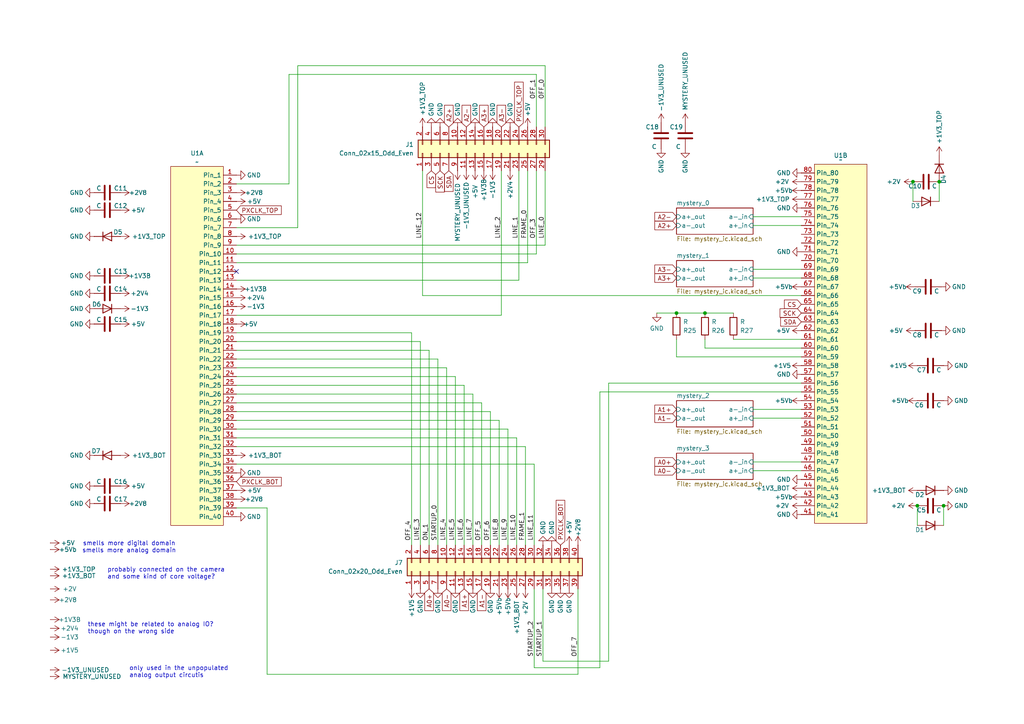
<source format=kicad_sch>
(kicad_sch (version 20231120) (generator "eeschema") (generator_version "8.0")
  (paper "A4")
  (junction (at 204.47 90.805))
  (junction (at 196.215 90.805))
  (junction (at 272.415 52.705))
  (junction (at 264.795 52.705))
  (junction (at 273.685 146.685))
  (junction (at 266.065 146.685))
  (no_connect (at 68.58 78.74))
  (wire (pts (xy 68.58 147.32) (xy 77.47 147.32)))
  (wire (pts (xy 147.32 124.46) (xy 147.32 158.115)))
  (wire (pts (xy 68.58 119.38) (xy 142.24 119.38)))
  (wire (pts (xy 272.415 52.705) (xy 272.415 58.42)))
  (wire (pts (xy 218.44 65.405) (xy 232.41 65.405)))
  (wire (pts (xy 264.795 52.705) (xy 264.795 58.42)))
  (wire (pts (xy 68.58 109.22) (xy 132.08 109.22)))
  (wire (pts (xy 176.53 191.77) (xy 157.48 191.77)))
  (wire (pts (xy 212.725 98.425) (xy 232.41 98.425)))
  (wire (pts (xy 218.44 80.645) (xy 232.41 80.645)))
  (wire (pts (xy 167.64 195.58) (xy 77.47 195.58)))
  (wire (pts (xy 68.58 134.62) (xy 154.94 134.62)))
  (wire (pts (xy 144.78 121.92) (xy 144.78 158.115)))
  (wire (pts (xy 122.555 85.725) (xy 232.41 85.725)))
  (wire (pts (xy 68.58 104.14) (xy 127 104.14)))
  (wire (pts (xy 68.58 121.92) (xy 144.78 121.92)))
  (wire (pts (xy 119.38 96.52) (xy 119.38 158.115)))
  (wire (pts (xy 173.99 113.665) (xy 173.99 193.675)))
  (wire (pts (xy 218.44 78.105) (xy 232.41 78.105)))
  (wire (pts (xy 218.44 118.745) (xy 232.41 118.745)))
  (wire (pts (xy 68.58 101.6) (xy 124.46 101.6)))
  (wire (pts (xy 124.46 101.6) (xy 124.46 158.115)))
  (wire (pts (xy 122.555 49.53) (xy 122.555 85.725)))
  (wire (pts (xy 190.5 90.805) (xy 196.215 90.805)))
  (wire (pts (xy 218.44 133.985) (xy 232.41 133.985)))
  (wire (pts (xy 68.58 129.54) (xy 152.4 129.54)))
  (wire (pts (xy 68.58 71.12) (xy 158.115 71.12)))
  (wire (pts (xy 68.58 73.66) (xy 155.575 73.66)))
  (wire (pts (xy 204.47 90.805) (xy 212.725 90.805)))
  (wire (pts (xy 154.94 134.62) (xy 154.94 158.115)))
  (wire (pts (xy 232.41 111.125) (xy 176.53 111.125)))
  (wire (pts (xy 176.53 111.125) (xy 176.53 191.77)))
  (wire (pts (xy 68.58 66.04) (xy 86.36 66.04)))
  (wire (pts (xy 68.58 76.2) (xy 153.035 76.2)))
  (wire (pts (xy 127 104.14) (xy 127 158.115)))
  (wire (pts (xy 137.16 114.3) (xy 137.16 158.115)))
  (wire (pts (xy 68.58 99.06) (xy 121.92 99.06)))
  (wire (pts (xy 68.58 106.68) (xy 129.54 106.68)))
  (wire (pts (xy 121.92 99.06) (xy 121.92 158.115)))
  (wire (pts (xy 83.82 53.34) (xy 83.82 21.59)))
  (wire (pts (xy 154.94 193.675) (xy 154.94 170.815)))
  (wire (pts (xy 273.685 146.685) (xy 273.685 152.4)))
  (wire (pts (xy 167.64 170.815) (xy 167.64 195.58)))
  (wire (pts (xy 232.41 113.665) (xy 173.99 113.665)))
  (wire (pts (xy 129.54 106.68) (xy 129.54 158.115)))
  (wire (pts (xy 155.575 73.66) (xy 155.575 49.53)))
  (wire (pts (xy 218.44 62.865) (xy 232.41 62.865)))
  (wire (pts (xy 266.065 146.685) (xy 266.065 152.4)))
  (wire (pts (xy 145.415 49.53) (xy 145.415 91.44)))
  (wire (pts (xy 68.58 116.84) (xy 139.7 116.84)))
  (wire (pts (xy 196.215 103.505) (xy 196.215 98.425)))
  (wire (pts (xy 68.58 81.28) (xy 150.495 81.28)))
  (wire (pts (xy 218.44 136.525) (xy 232.41 136.525)))
  (wire (pts (xy 139.7 116.84) (xy 139.7 158.115)))
  (wire (pts (xy 155.575 21.59) (xy 155.575 36.83)))
  (wire (pts (xy 157.48 191.77) (xy 157.48 170.815)))
  (wire (pts (xy 68.58 114.3) (xy 137.16 114.3)))
  (wire (pts (xy 158.115 71.12) (xy 158.115 49.53)))
  (wire (pts (xy 68.58 111.76) (xy 134.62 111.76)))
  (wire (pts (xy 86.36 66.04) (xy 86.36 19.05)))
  (wire (pts (xy 142.24 119.38) (xy 142.24 158.115)))
  (wire (pts (xy 158.115 19.05) (xy 158.115 36.83)))
  (wire (pts (xy 86.36 19.05) (xy 158.115 19.05)))
  (wire (pts (xy 232.41 103.505) (xy 196.215 103.505)))
  (wire (pts (xy 232.41 100.965) (xy 204.47 100.965)))
  (wire (pts (xy 204.47 100.965) (xy 204.47 98.425)))
  (wire (pts (xy 153.035 76.2) (xy 153.035 49.53)))
  (wire (pts (xy 132.08 109.22) (xy 132.08 158.115)))
  (wire (pts (xy 68.58 96.52) (xy 119.38 96.52)))
  (wire (pts (xy 150.495 49.53) (xy 150.495 81.28)))
  (wire (pts (xy 83.82 21.59) (xy 155.575 21.59)))
  (wire (pts (xy 173.99 193.675) (xy 154.94 193.675)))
  (wire (pts (xy 68.58 53.34) (xy 83.82 53.34)))
  (wire (pts (xy 152.4 129.54) (xy 152.4 158.115)))
  (wire (pts (xy 68.58 124.46) (xy 147.32 124.46)))
  (wire (pts (xy 218.44 121.285) (xy 232.41 121.285)))
  (wire (pts (xy 134.62 111.76) (xy 134.62 158.115)))
  (wire (pts (xy 68.58 127) (xy 149.86 127)))
  (wire (pts (xy 149.86 127) (xy 149.86 158.115)))
  (wire (pts (xy 145.415 91.44) (xy 68.58 91.44)))
  (wire (pts (xy 196.215 90.805) (xy 204.47 90.805)))
  (wire (pts (xy 77.47 195.58) (xy 77.47 147.32)))
  (text "only used in the unpopulated \nanalog output circutis" (at 37.465 194.945 0) (effects (font (size 1.27 1.27)) (justify left)))
  (text "these might be related to analog IO?\nthough on the wrong side" (at 25.4 182.245 0) (effects (font (size 1.27 1.27)) (justify left)))
  (text "smells more digital domain\nsmells more analog domain" (at 37.465 158.75 0) (effects (font (size 1.27 1.27))))
  (text "probably connected on the camera\nand some kind of core voltage?" (at 31.115 166.37 0) (effects (font (size 1.27 1.27)) (justify left)))
  (label "STARTUP_2" (at 154.94 190.5 90))
  (label "STARTUP_1" (at 157.48 190.5 90))
  (label "LINE_4" (at 129.54 156.845 90))
  (label "LINE_11" (at 154.94 156.845 90))
  (label "OFF_0" (at 158.115 22.86 270))
  (label "OFF_4" (at 119.38 156.845 90))
  (label "LINE_12" (at 122.555 69.215 90))
  (label "FRAME_0" (at 153.035 69.215 90))
  (label "LINE_5" (at 132.08 156.845 90))
  (label "LINE_10" (at 149.86 156.845 90))
  (label "LINE_3" (at 121.92 156.845 90))
  (label "LINE_0" (at 158.115 69.215 90))
  (label "FRAME_1" (at 152.4 156.845 90))
  (label "OFF_1" (at 155.575 22.86 270))
  (label "STARTUP_0" (at 127 156.845 90))
  (label "LINE_2" (at 145.415 69.215 90))
  (label "LINE_9" (at 147.32 156.845 90))
  (label "OFF_6" (at 142.24 156.845 90))
  (label "OFF_3" (at 155.575 69.215 90))
  (label "ON_1" (at 124.46 156.845 90))
  (label "LINE_7" (at 137.16 156.845 90))
  (label "LINE_1" (at 150.495 69.215 90))
  (label "OFF_5" (at 139.7 156.845 90))
  (label "LINE_8" (at 144.78 156.845 90))
  (label "LINE_6" (at 134.62 156.845 90))
  (label "OFF_7" (at 167.64 190.5 90))
  (global_label "A0+" (shape input) (at 124.46 170.815 270) (property "Intersheetrefs" "${INTERSHEET_REFS}" (effects (hide yes))))
  (global_label "A3-" (shape input) (at 145.415 36.83 90) (property "Intersheetrefs" "${INTERSHEET_REFS}" (effects (hide yes))))
  (global_label "A1+" (shape input) (at 196.215 118.745 180) (property "Intersheetrefs" "${INTERSHEET_REFS}" (effects (hide yes))))
  (global_label "A1+" (shape input) (at 134.62 170.815 270) (property "Intersheetrefs" "${INTERSHEET_REFS}" (effects (hide yes))))
  (global_label "SDA" (shape input) (at 130.175 49.53 270) (property "Intersheetrefs" "${INTERSHEET_REFS}" (effects (hide yes))))
  (global_label "A2+" (shape input) (at 196.215 65.405 180) (property "Intersheetrefs" "${INTERSHEET_REFS}" (effects (hide yes))))
  (global_label "A3-" (shape input) (at 196.215 78.105 180) (property "Intersheetrefs" "${INTERSHEET_REFS}" (effects (hide yes))))
  (global_label "A3+" (shape input) (at 196.215 80.645 180) (property "Intersheetrefs" "${INTERSHEET_REFS}" (effects (hide yes))))
  (global_label "CS" (shape input) (at 125.095 49.53 270) (property "Intersheetrefs" "${INTERSHEET_REFS}" (effects (hide yes))))
  (global_label "A2-" (shape input) (at 135.255 36.83 90) (property "Intersheetrefs" "${INTERSHEET_REFS}" (effects (hide yes))))
  (global_label "A0-" (shape input) (at 196.215 136.525 180) (property "Intersheetrefs" "${INTERSHEET_REFS}" (effects (hide yes))))
  (global_label "A0+" (shape input) (at 196.215 133.985 180) (property "Intersheetrefs" "${INTERSHEET_REFS}" (effects (hide yes))))
  (global_label "SDA" (shape input) (at 232.41 93.345 180) (property "Intersheetrefs" "${INTERSHEET_REFS}" (effects (hide yes))))
  (global_label "A2+" (shape input) (at 130.175 36.83 90) (property "Intersheetrefs" "${INTERSHEET_REFS}" (effects (hide yes))))
  (global_label "A1-" (shape input) (at 196.215 121.285 180) (property "Intersheetrefs" "${INTERSHEET_REFS}" (effects (hide yes))))
  (global_label "A2-" (shape input) (at 196.215 62.865 180) (property "Intersheetrefs" "${INTERSHEET_REFS}" (effects (hide yes))))
  (global_label "SCK" (shape input) (at 232.41 90.805 180) (property "Intersheetrefs" "${INTERSHEET_REFS}" (effects (hide yes))))
  (global_label "A1-" (shape input) (at 139.7 170.815 270) (property "Intersheetrefs" "${INTERSHEET_REFS}" (effects (hide yes))))
  (global_label "SCK" (shape input) (at 127.635 49.53 270) (property "Intersheetrefs" "${INTERSHEET_REFS}" (effects (hide yes))))
  (global_label "PXCLK_TOP" (shape input) (at 68.58 60.96 0) (property "Intersheetrefs" "${INTERSHEET_REFS}" (effects (hide yes))))
  (global_label "CS" (shape input) (at 232.41 88.265 180) (property "Intersheetrefs" "${INTERSHEET_REFS}" (effects (hide yes))))
  (global_label "A3+" (shape input) (at 140.335 36.83 90) (property "Intersheetrefs" "${INTERSHEET_REFS}" (effects (hide yes))))
  (global_label "PXCLK_TOP" (shape input) (at 150.495 36.83 90) (property "Intersheetrefs" "${INTERSHEET_REFS}" (effects (hide yes))))
  (global_label "PXCLK_BOT" (shape input) (at 162.56 158.115 90) (property "Intersheetrefs" "${INTERSHEET_REFS}" (effects (hide yes))))
  (global_label "PXCLK_BOT" (shape input) (at 68.58 139.7 0) (property "Intersheetrefs" "${INTERSHEET_REFS}" (effects (hide yes))))
  (global_label "A0-" (shape input) (at 129.54 170.815 270) (property "Intersheetrefs" "${INTERSHEET_REFS}" (effects (hide yes))))
  (symbol (lib_id "power:GND") (at 27.305 140.97 270) (unit 1)
    (property "Reference" "#PWR0102" (effects (hide yes)))
    (property "Value" "GND" (at 22.225 140.97 90))
    (property "Description" "Power symbol creates a global label with name \"GND\" , ground" (effects (hide yes)))
  )
  (symbol (lib_id "power:+1V35") (at 198.755 35.56 0) (unit 1)
    (property "Reference" "#PWR0118" (effects (hide yes)))
    (property "Value" "MYSTERY_UNUSED" (at 198.755 23.495 90))
    (property "Description" "Power symbol creates a global label with name \"+1V35\"" (effects (hide yes)))
  )
  (symbol (lib_id "power:+1V35") (at 14.605 159.385 270) (mirror x) (unit 1)
    (property "Reference" "#PWR0136" (effects (hide yes)))
    (property "Value" "+5Vb" (at 19.685 159.385 90))
    (property "Description" "Power symbol creates a global label with name \"+1V35\"" (effects (hide yes)))
  )
  (symbol (lib_id "power:GND") (at 232.41 73.025 270) (mirror x) (unit 1)
    (property "Reference" "#PWR0112" (effects (hide yes)))
    (property "Value" "GND" (at 227.33 73.025 90))
    (property "Description" "Power symbol creates a global label with name \"GND\" , ground" (effects (hide yes)))
  )
  (symbol (lib_id "Device:C") (at 269.875 106.045 90) (mirror x) (unit 1)
    (property "Reference" "C7" (at 268.605 107.315 90) (effects (justify left)))
    (property "Value" "C" (at 273.05 107.315 90) (effects (justify left)))
    (property "Footprint" "Capacitor_SMD:C_0603_1608Metric" (effects (hide yes)))
    (property "Description" "Unpolarized capacitor" (effects (hide yes)))
  )
  (symbol (lib_id "power:GND") (at 27.305 132.08 270) (unit 1)
    (property "Reference" "#PWR0100" (effects (hide yes)))
    (property "Value" "GND" (at 22.225 132.08 90))
    (property "Description" "Power symbol creates a global label with name \"GND\" , ground" (effects (hide yes)))
  )
  (symbol (lib_id "power:+1V35") (at 232.41 116.205 90) (mirror x) (unit 1)
    (property "Reference" "#PWR056" (effects (hide yes)))
    (property "Value" "+5Vb" (at 227.33 116.205 90))
    (property "Description" "Power symbol creates a global label with name \"+1V35\"" (effects (hide yes)))
  )
  (symbol (lib_id "power:+1V35") (at 232.41 52.705 90) (mirror x) (unit 1)
    (property "Reference" "#PWR034" (effects (hide yes)))
    (property "Value" "+2V" (at 226.822 52.705 90))
    (property "Description" "Power symbol creates a global label with name \"+1V35\"" (effects (hide yes)))
  )
  (symbol (lib_id "Device:C") (at 31.115 80.01 270) (mirror x) (unit 1)
    (property "Reference" "C13" (at 33.02 78.74 90) (effects (justify left)))
    (property "Value" "C" (at 27.94 78.74 90) (effects (justify left)))
    (property "Footprint" "Capacitor_SMD:C_0603_1608Metric" (effects (hide yes)))
    (property "Description" "Unpolarized capacitor" (effects (hide yes)))
  )
  (symbol (lib_id "power:+1V35") (at 232.41 57.785 90) (mirror x) (unit 1)
    (property "Reference" "#PWR022" (effects (hide yes)))
    (property "Value" "+1V3_TOP" (at 224.155 57.785 90))
    (property "Description" "Power symbol creates a global label with name \"+1V35\"" (effects (hide yes)))
  )
  (symbol (lib_id "power:GND") (at 27.305 68.58 270) (unit 1)
    (property "Reference" "#PWR091" (effects (hide yes)))
    (property "Value" "GND" (at 22.225 68.58 90))
    (property "Description" "Power symbol creates a global label with name \"GND\" , ground" (effects (hide yes)))
  )
  (symbol (lib_id "power:+1V35") (at 149.86 170.815 180) (unit 1)
    (property "Reference" "#PWR049" (effects (hide yes)))
    (property "Value" "+1V3_BOT" (at 149.86 179.07 90))
    (property "Description" "Power symbol creates a global label with name \"+1V35\"" (effects (hide yes)))
  )
  (symbol (lib_id "power:+5V") (at 34.925 60.96 270) (mirror x) (unit 1)
    (property "Reference" "#PWR090" (effects (hide yes)))
    (property "Value" "+5V" (at 40.005 60.96 90))
    (property "Description" "Power symbol creates a global label with name \"+5V\"" (effects (hide yes)))
  )
  (symbol (lib_id "Connector_Generic:Conn_02x15_Odd_Even") (at 140.335 44.45 90) (unit 1)
    (property "Reference" "J1" (at 120.015 41.9099 90) (effects (justify left)))
    (property "Value" "Conn_02x15_Odd_Even" (at 120.015 44.4499 90) (effects (justify left)))
    (property "Footprint" "2d5:AXK5F30" (effects (hide yes)))
    (property "Description" "Generic connector, double row, 02x15, odd/even pin numbering scheme (row 1 odd numbers, row 2 even numbers), script generated (kicad-library-utils/schlib/autogen/connector/)" (effects (hide yes)))
  )
  (symbol (lib_id "power:GND") (at 157.48 158.115 0) (mirror x) (unit 1)
    (property "Reference" "#PWR037" (effects (hide yes)))
    (property "Value" "GND" (at 157.48 153.035 90))
    (property "Description" "Power symbol creates a global label with name \"GND\" , ground" (effects (hide yes)))
  )
  (symbol (lib_id "Device:C") (at 31.115 85.09 270) (mirror x) (unit 1)
    (property "Reference" "C14" (at 33.02 83.82 90) (effects (justify left)))
    (property "Value" "C" (at 27.94 83.82 90) (effects (justify left)))
    (property "Footprint" "Capacitor_SMD:C_0603_1608Metric" (effects (hide yes)))
    (property "Description" "Unpolarized capacitor" (effects (hide yes)))
  )
  (symbol (lib_id "power:GND") (at 142.24 170.815 0) (mirror y) (unit 1)
    (property "Reference" "#PWR046" (effects (hide yes)))
    (property "Value" "GND" (at 142.24 175.895 90))
    (property "Description" "Power symbol creates a global label with name \"GND\" , ground" (effects (hide yes)))
  )
  (symbol (lib_id "power:+5V") (at 68.58 144.78 270) (mirror x) (unit 1)
    (property "Reference" "#PWR033" (effects (hide yes)))
    (property "Value" "+2V8" (at 73.66 144.78 90))
    (property "Description" "Power symbol creates a global label with name \"+5V\"" (effects (hide yes)))
  )
  (symbol (lib_id "power:GND") (at 125.095 36.83 180) (unit 1)
    (property "Reference" "#PWR02" (effects (hide yes)))
    (property "Value" "GND" (at 125.095 31.75 90))
    (property "Description" "Power symbol creates a global label with name \"GND\" , ground" (effects (hide yes)))
  )
  (symbol (lib_id "power:GND") (at 27.305 85.09 270) (unit 1)
    (property "Reference" "#PWR094" (effects (hide yes)))
    (property "Value" "GND" (at 22.225 85.09 90))
    (property "Description" "Power symbol creates a global label with name \"GND\" , ground" (effects (hide yes)))
  )
  (symbol (lib_id "Device:R") (at 196.215 94.615 0) (mirror y) (unit 1)
    (property "Reference" "R25" (at 198.12 95.8851 0) (effects (justify right)))
    (property "Value" "R" (at 198.12 93.3451 0) (effects (justify right)))
    (property "Footprint" "Resistor_SMD:R_0603_1608Metric" (effects (hide yes)))
    (property "Description" "Resistor" (effects (hide yes)))
  )
  (symbol (lib_id "Connector_Generic:Conn_02x20_Odd_Even") (at 142.24 165.735 90) (unit 1)
    (property "Reference" "J7" (at 116.84 163.1949 90) (effects (justify left)))
    (property "Value" "Conn_02x20_Odd_Even" (at 116.84 165.7349 90) (effects (justify left)))
    (property "Footprint" "2d5:AXK5F40" (effects (hide yes)))
    (property "Description" "Generic connector, double row, 02x20, odd/even pin numbering scheme (row 1 odd numbers, row 2 even numbers), script generated (kicad-library-utils/schlib/autogen/connector/)" (effects (hide yes)))
  )
  (symbol (lib_id "2d5:2d5") (at 53.34 99.06 0) (unit 1)
    (property "Reference" "U1" (at 57.15 44.45 0))
    (property "Value" "~" (at 57.15 46.99 0))
    (property "Footprint" "2d5:2d5" (effects (hide yes)))
  )
  (symbol (lib_id "power:+5V") (at 153.035 36.83 0) (unit 1)
    (property "Reference" "#PWR08" (effects (hide yes)))
    (property "Value" "+5V" (at 153.035 31.75 90))
    (property "Description" "Power symbol creates a global label with name \"+5V\"" (effects (hide yes)))
  )
  (symbol (lib_id "power:+1V35") (at 119.38 170.815 180) (unit 1)
    (property "Reference" "#PWR041" (effects (hide yes)))
    (property "Value" "+1V5" (at 119.38 176.403 90))
    (property "Description" "Power symbol creates a global label with name \"+1V35\"" (effects (hide yes)))
  )
  (symbol (lib_id "power:+1V35") (at 34.925 80.01 270) (unit 1)
    (property "Reference" "#PWR093" (effects (hide yes)))
    (property "Value" "+1V3B" (at 40.513 80.01 90))
    (property "Description" "Power symbol creates a global label with name \"+1V35\"" (effects (hide yes)))
  )
  (symbol (lib_id "power:+1V35") (at 34.925 68.58 270) (unit 1)
    (property "Reference" "#PWR0116" (effects (hide yes)))
    (property "Value" "+1V3_TOP" (at 43.18 68.58 90))
    (property "Description" "Power symbol creates a global label with name \"+1V35\"" (effects (hide yes)))
  )
  (symbol (lib_id "power:GND") (at 27.305 80.01 270) (unit 1)
    (property "Reference" "#PWR092" (effects (hide yes)))
    (property "Value" "GND" (at 22.225 80.01 90))
    (property "Description" "Power symbol creates a global label with name \"GND\" , ground" (effects (hide yes)))
  )
  (symbol (lib_id "power:+1V35") (at 232.41 83.185 90) (mirror x) (unit 1)
    (property "Reference" "#PWR061" (effects (hide yes)))
    (property "Value" "+5Vb" (at 227.33 83.185 90))
    (property "Description" "Power symbol creates a global label with name \"+1V35\"" (effects (hide yes)))
  )
  (symbol (lib_id "Device:C") (at 31.115 55.88 270) (mirror x) (unit 1)
    (property "Reference" "C11" (at 33.02 54.61 90) (effects (justify left)))
    (property "Value" "C" (at 27.94 54.61 90) (effects (justify left)))
    (property "Footprint" "Capacitor_SMD:C_0603_1608Metric" (effects (hide yes)))
    (property "Description" "Unpolarized capacitor" (effects (hide yes)))
  )
  (symbol (lib_id "power:GND") (at 165.1 170.815 0) (mirror y) (unit 1)
    (property "Reference" "#PWR053" (effects (hide yes)))
    (property "Value" "GND" (at 165.1 175.895 90))
    (property "Description" "Power symbol creates a global label with name \"GND\" , ground" (effects (hide yes)))
  )
  (symbol (lib_id "power:GND") (at 27.305 89.535 270) (unit 1)
    (property "Reference" "#PWR096" (effects (hide yes)))
    (property "Value" "GND" (at 22.225 89.535 90))
    (property "Description" "Power symbol creates a global label with name \"GND\" , ground" (effects (hide yes)))
  )
  (symbol (lib_id "power:+1V35") (at 34.925 89.535 270) (unit 1)
    (property "Reference" "#PWR097" (effects (hide yes)))
    (property "Value" "-1V3" (at 40.513 89.535 90))
    (property "Description" "Power symbol creates a global label with name \"+1V35\"" (effects (hide yes)))
  )
  (symbol (lib_id "power:+1V35") (at 14.605 182.245 270) (unit 1)
    (property "Reference" "#PWR0125" (effects (hide yes)))
    (property "Value" "+2V4" (at 20.193 182.245 90))
    (property "Description" "Power symbol creates a global label with name \"+1V35\"" (effects (hide yes)))
  )
  (symbol (lib_id "Device:C") (at 198.755 39.37 0) (mirror y) (unit 1)
    (property "Reference" "C19" (at 198.12 36.83 0) (effects (justify left)))
    (property "Value" "C" (at 197.485 42.545 0) (effects (justify left)))
    (property "Footprint" "Capacitor_SMD:C_0603_1608Metric" (effects (hide yes)))
    (property "Description" "Unpolarized capacitor" (effects (hide yes)))
  )
  (symbol (lib_id "Device:C") (at 191.77 39.37 0) (mirror y) (unit 1)
    (property "Reference" "C18" (at 191.135 36.83 0) (effects (justify left)))
    (property "Value" "C" (at 190.5 42.545 0) (effects (justify left)))
    (property "Footprint" "Capacitor_SMD:C_0603_1608Metric" (effects (hide yes)))
    (property "Description" "Unpolarized capacitor" (effects (hide yes)))
  )
  (symbol (lib_id "power:+1V35") (at 152.4 170.815 180) (unit 1)
    (property "Reference" "#PWR050" (effects (hide yes)))
    (property "Value" "+2V" (at 152.4 176.403 90))
    (property "Description" "Power symbol creates a global label with name \"+1V35\"" (effects (hide yes)))
  )
  (symbol (lib_id "power:GND") (at 160.02 170.815 0) (mirror y) (unit 1)
    (property "Reference" "#PWR051" (effects (hide yes)))
    (property "Value" "GND" (at 160.02 175.895 90))
    (property "Description" "Power symbol creates a global label with name \"GND\" , ground" (effects (hide yes)))
  )
  (symbol (lib_id "power:+5V") (at 34.925 93.98 270) (mirror x) (unit 1)
    (property "Reference" "#PWR099" (effects (hide yes)))
    (property "Value" "+5V" (at 40.005 93.98 90))
    (property "Description" "Power symbol creates a global label with name \"+5V\"" (effects (hide yes)))
  )
  (symbol (lib_id "Device:C") (at 269.24 95.885 90) (mirror x) (unit 1)
    (property "Reference" "C8" (at 267.335 97.155 90) (effects (justify left)))
    (property "Value" "C" (at 272.415 97.155 90) (effects (justify left)))
    (property "Footprint" "Capacitor_SMD:C_0603_1608Metric" (effects (hide yes)))
    (property "Description" "Unpolarized capacitor" (effects (hide yes)))
  )
  (symbol (lib_id "Device:D") (at 269.875 142.24 0) (mirror y) (unit 1)
    (property "Reference" "D2" (at 265.43 143.51 0) (effects (justify right)))
    (property "Value" "D" (effects (hide yes)))
    (property "Footprint" "Diode_SMD:D_0603_1608Metric" (effects (hide yes)))
    (property "Description" "Diode" (effects (hide yes)))
    (property "Sim.Device" "D" (effects (hide yes)))
    (property "Sim.Pins" "1=K 2=A" (effects (hide yes)))
  )
  (symbol (lib_id "Device:C") (at 31.115 93.98 270) (mirror x) (unit 1)
    (property "Reference" "C15" (at 33.02 92.71 90) (effects (justify left)))
    (property "Value" "C" (at 27.94 92.71 90) (effects (justify left)))
    (property "Footprint" "Capacitor_SMD:C_0603_1608Metric" (effects (hide yes)))
    (property "Description" "Unpolarized capacitor" (effects (hide yes)))
  )
  (symbol (lib_id "power:GND") (at 68.58 149.86 90) (unit 1)
    (property "Reference" "#PWR035" (effects (hide yes)))
    (property "Value" "GND" (at 73.66 149.86 90))
    (property "Description" "Power symbol creates a global label with name \"GND\" , ground" (effects (hide yes)))
  )
  (symbol (lib_id "power:+5V") (at 165.1 158.115 0) (mirror y) (unit 1)
    (property "Reference" "#PWR039" (effects (hide yes)))
    (property "Value" "+5V" (at 165.1 153.035 90))
    (property "Description" "Power symbol creates a global label with name \"+5V\"" (effects (hide yes)))
  )
  (symbol (lib_id "power:GND") (at 162.56 170.815 0) (mirror y) (unit 1)
    (property "Reference" "#PWR052" (effects (hide yes)))
    (property "Value" "GND" (at 162.56 175.895 90))
    (property "Description" "Power symbol creates a global label with name \"GND\" , ground" (effects (hide yes)))
  )
  (symbol (lib_id "Device:C") (at 269.875 146.685 90) (unit 1)
    (property "Reference" "C5" (at 268.605 147.955 90) (effects (justify left)))
    (property "Value" "C" (at 273.05 147.955 90) (effects (justify left)))
    (property "Footprint" "Capacitor_SMD:C_0603_1608Metric" (effects (hide yes)))
    (property "Description" "Unpolarized capacitor" (effects (hide yes)))
  )
  (symbol (lib_id "power:GND") (at 273.685 116.205 90) (unit 1)
    (property "Reference" "#PWR079" (effects (hide yes)))
    (property "Value" "GND" (at 278.765 116.205 90))
    (property "Description" "Power symbol creates a global label with name \"GND\" , ground" (effects (hide yes)))
  )
  (symbol (lib_id "power:+5V") (at 34.925 55.88 270) (mirror x) (unit 1)
    (property "Reference" "#PWR087" (effects (hide yes)))
    (property "Value" "+2V8" (at 40.005 55.88 90))
    (property "Description" "Power symbol creates a global label with name \"+5V\"" (effects (hide yes)))
  )
  (symbol (lib_id "power:GND") (at 147.955 36.83 180) (unit 1)
    (property "Reference" "#PWR07" (effects (hide yes)))
    (property "Value" "GND" (at 147.955 31.75 90))
    (property "Description" "Power symbol creates a global label with name \"GND\" , ground" (effects (hide yes)))
  )
  (symbol (lib_id "power:GND") (at 27.305 60.96 270) (unit 1)
    (property "Reference" "#PWR089" (effects (hide yes)))
    (property "Value" "GND" (at 22.225 60.96 90))
    (property "Description" "Power symbol creates a global label with name \"GND\" , ground" (effects (hide yes)))
  )
  (symbol (lib_id "power:GND") (at 232.41 149.225 270) (mirror x) (unit 1)
    (property "Reference" "#PWR017" (effects (hide yes)))
    (property "Value" "GND" (at 227.33 149.225 90))
    (property "Description" "Power symbol creates a global label with name \"GND\" , ground" (effects (hide yes)))
  )
  (symbol (lib_id "power:+1V35") (at 68.58 83.82 270) (unit 1)
    (property "Reference" "#PWR024" (effects (hide yes)))
    (property "Value" "+1V3B" (at 74.168 83.82 90))
    (property "Description" "Power symbol creates a global label with name \"+1V35\"" (effects (hide yes)))
  )
  (symbol (lib_id "Device:D") (at 269.875 152.4 180) (unit 1)
    (property "Reference" "D1" (at 265.43 153.67 0) (effects (justify right)))
    (property "Value" "D" (effects (hide yes)))
    (property "Footprint" "Diode_SMD:D_0603_1608Metric" (effects (hide yes)))
    (property "Description" "Diode" (effects (hide yes)))
    (property "Sim.Device" "D" (effects (hide yes)))
    (property "Sim.Pins" "1=K 2=A" (effects (hide yes)))
  )
  (symbol (lib_id "power:+1V35") (at 265.43 95.885 90) (mirror x) (unit 1)
    (property "Reference" "#PWR082" (effects (hide yes)))
    (property "Value" "+5V" (at 259.842 95.885 90))
    (property "Description" "Power symbol creates a global label with name \"+1V35\"" (effects (hide yes)))
  )
  (symbol (lib_id "power:GND") (at 190.5 90.805 0) (mirror y) (unit 1)
    (property "Reference" "#PWR0110" (effects (hide yes)))
    (property "Value" "GND" (at 190.5 95.25 0))
    (property "Description" "Power symbol creates a global label with name \"GND\" , ground" (effects (hide yes)))
  )
  (symbol (lib_id "power:GND") (at 68.58 137.16 90) (unit 1)
    (property "Reference" "#PWR031" (effects (hide yes)))
    (property "Value" "GND" (at 73.66 137.16 90))
    (property "Description" "Power symbol creates a global label with name \"GND\" , ground" (effects (hide yes)))
  )
  (symbol (lib_id "power:GND") (at 273.685 146.685 90) (mirror x) (unit 1)
    (property "Reference" "#PWR074" (effects (hide yes)))
    (property "Value" "GND" (at 278.765 146.685 90))
    (property "Description" "Power symbol creates a global label with name \"GND\" , ground" (effects (hide yes)))
  )
  (symbol (lib_id "power:+1V35") (at 68.58 68.58 270) (unit 1)
    (property "Reference" "#PWR0115" (effects (hide yes)))
    (property "Value" "+1V3_TOP" (at 76.835 68.58 90))
    (property "Description" "Power symbol creates a global label with name \"+1V35\"" (effects (hide yes)))
  )
  (symbol (lib_name "2d5_1") (lib_id "2d5:2d5") (at 247.65 98.425 0) (mirror y) (unit 2)
    (property "Reference" "U1" (at 243.84 45.085 0))
    (property "Value" "~" (at 243.84 46.355 0))
    (property "Footprint" "2d5:2d5" (effects (hide yes)))
  )
  (symbol (lib_id "power:+1V35") (at 147.955 49.53 180) (unit 1)
    (property "Reference" "#PWR015" (effects (hide yes)))
    (property "Value" "+2V4" (at 147.955 55.118 90))
    (property "Description" "Power symbol creates a global label with name \"+1V35\"" (effects (hide yes)))
  )
  (symbol (lib_id "power:GND") (at 232.41 139.065 270) (mirror x) (unit 1)
    (property "Reference" "#PWR0113" (effects (hide yes)))
    (property "Value" "GND" (at 227.33 139.065 90))
    (property "Description" "Power symbol creates a global label with name \"GND\" , ground" (effects (hide yes)))
  )
  (symbol (lib_id "power:+1V35") (at 266.065 106.045 90) (mirror x) (unit 1)
    (property "Reference" "#PWR080" (effects (hide yes)))
    (property "Value" "+1V5" (at 260.477 106.045 90))
    (property "Description" "Power symbol creates a global label with name \"+1V35\"" (effects (hide yes)))
  )
  (symbol (lib_id "Device:C") (at 31.115 140.97 270) (mirror x) (unit 1)
    (property "Reference" "C16" (at 33.02 139.7 90) (effects (justify left)))
    (property "Value" "C" (at 27.94 139.7 90) (effects (justify left)))
    (property "Footprint" "Capacitor_SMD:C_0603_1608Metric" (effects (hide yes)))
    (property "Description" "Unpolarized capacitor" (effects (hide yes)))
  )
  (symbol (lib_id "power:GND") (at 232.41 60.325 270) (mirror x) (unit 1)
    (property "Reference" "#PWR0114" (effects (hide yes)))
    (property "Value" "GND" (at 227.33 60.325 90))
    (property "Description" "Power symbol creates a global label with name \"GND\" , ground" (effects (hide yes)))
  )
  (symbol (lib_id "power:+1V35") (at 14.605 184.785 270) (unit 1)
    (property "Reference" "#PWR0126" (effects (hide yes)))
    (property "Value" "-1V3" (at 20.193 184.785 90))
    (property "Description" "Power symbol creates a global label with name \"+1V35\"" (effects (hide yes)))
  )
  (symbol (lib_id "Device:R") (at 204.47 94.615 0) (mirror y) (unit 1)
    (property "Reference" "R26" (at 206.375 95.8851 0) (effects (justify right)))
    (property "Value" "R" (at 206.375 93.3451 0) (effects (justify right)))
    (property "Footprint" "Resistor_SMD:R_0603_1608Metric" (effects (hide yes)))
    (property "Description" "Resistor" (effects (hide yes)))
  )
  (symbol (lib_id "power:+1V35") (at 68.58 86.36 270) (unit 1)
    (property "Reference" "#PWR025" (effects (hide yes)))
    (property "Value" "+2V4" (at 74.168 86.36 90))
    (property "Description" "Power symbol creates a global label with name \"+1V35\"" (effects (hide yes)))
  )
  (symbol (lib_id "power:+5V") (at 68.58 55.88 270) (mirror x) (unit 1)
    (property "Reference" "#PWR019" (effects (hide yes)))
    (property "Value" "+2V8" (at 73.66 55.88 90))
    (property "Description" "Power symbol creates a global label with name \"+5V\"" (effects (hide yes)))
  )
  (symbol (lib_id "power:GND") (at 232.41 50.165 270) (mirror x) (unit 1)
    (property "Reference" "#PWR036" (effects (hide yes)))
    (property "Value" "GND" (at 227.33 50.165 90))
    (property "Description" "Power symbol creates a global label with name \"GND\" , ground" (effects (hide yes)))
  )
  (symbol (lib_id "power:+1V35") (at 232.41 55.245 90) (mirror x) (unit 1)
    (property "Reference" "#PWR066" (effects (hide yes)))
    (property "Value" "+5Vb" (at 227.33 55.245 90))
    (property "Description" "Power symbol creates a global label with name \"+1V35\"" (effects (hide yes)))
  )
  (symbol (lib_id "power:+1V35") (at 266.065 116.205 90) (mirror x) (unit 1)
    (property "Reference" "#PWR078" (effects (hide yes)))
    (property "Value" "+5Vb" (at 260.985 116.205 90))
    (property "Description" "Power symbol creates a global label with name \"+1V35\"" (effects (hide yes)))
  )
  (symbol (lib_id "power:GND") (at 132.715 36.83 180) (unit 1)
    (property "Reference" "#PWR04" (effects (hide yes)))
    (property "Value" "GND" (at 132.715 31.75 90))
    (property "Description" "Power symbol creates a global label with name \"GND\" , ground" (effects (hide yes)))
  )
  (symbol (lib_id "power:GND") (at 137.795 36.83 180) (unit 1)
    (property "Reference" "#PWR05" (effects (hide yes)))
    (property "Value" "GND" (at 137.795 31.75 90))
    (property "Description" "Power symbol creates a global label with name \"GND\" , ground" (effects (hide yes)))
  )
  (symbol (lib_id "Device:D") (at 268.605 58.42 180) (unit 1)
    (property "Reference" "D3" (at 264.16 59.69 0) (effects (justify right)))
    (property "Value" "D" (effects (hide yes)))
    (property "Footprint" "Diode_SMD:D_0603_1608Metric" (effects (hide yes)))
    (property "Description" "Diode" (effects (hide yes)))
    (property "Sim.Device" "D" (effects (hide yes)))
    (property "Sim.Pins" "1=K 2=A" (effects (hide yes)))
  )
  (symbol (lib_id "power:GND") (at 232.41 108.585 270) (mirror x) (unit 1)
    (property "Reference" "#PWR0111" (effects (hide yes)))
    (property "Value" "GND" (at 227.33 108.585 90))
    (property "Description" "Power symbol creates a global label with name \"GND\" , ground" (effects (hide yes)))
  )
  (symbol (lib_id "Device:C") (at 269.24 83.185 90) (mirror x) (unit 1)
    (property "Reference" "C9" (at 267.335 84.455 90) (effects (justify left)))
    (property "Value" "C" (at 272.415 84.455 90) (effects (justify left)))
    (property "Footprint" "Capacitor_SMD:C_0603_1608Metric" (effects (hide yes)))
    (property "Description" "Unpolarized capacitor" (effects (hide yes)))
  )
  (symbol (lib_id "Device:C") (at 31.115 146.05 270) (mirror x) (unit 1)
    (property "Reference" "C17" (at 33.02 144.78 90) (effects (justify left)))
    (property "Value" "C" (at 27.94 144.78 90) (effects (justify left)))
    (property "Footprint" "Capacitor_SMD:C_0603_1608Metric" (effects (hide yes)))
    (property "Description" "Unpolarized capacitor" (effects (hide yes)))
  )
  (symbol (lib_id "Device:R") (at 212.725 94.615 0) (mirror y) (unit 1)
    (property "Reference" "R27" (at 214.63 95.8851 0) (effects (justify right)))
    (property "Value" "R" (at 214.63 93.3451 0) (effects (justify right)))
    (property "Footprint" "Resistor_SMD:R_0603_1608Metric" (effects (hide yes)))
    (property "Description" "Resistor" (effects (hide yes)))
  )
  (symbol (lib_id "power:GND") (at 160.02 158.115 0) (mirror x) (unit 1)
    (property "Reference" "#PWR038" (effects (hide yes)))
    (property "Value" "GND" (at 160.02 153.035 90))
    (property "Description" "Power symbol creates a global label with name \"GND\" , ground" (effects (hide yes)))
  )
  (symbol (lib_id "power:+1V35") (at 14.605 165.1 270) (unit 1)
    (property "Reference" "#PWR0123" (effects (hide yes)))
    (property "Value" "+1V3_TOP" (at 22.86 165.1 90))
    (property "Description" "Power symbol creates a global label with name \"+1V35\"" (effects (hide yes)))
  )
  (symbol (lib_id "power:+5V") (at 14.605 157.48 270) (mirror x) (unit 1)
    (property "Reference" "#PWR0122" (effects (hide yes)))
    (property "Value" "+5V" (at 19.685 157.48 90))
    (property "Description" "Power symbol creates a global label with name \"+5V\"" (effects (hide yes)))
  )
  (symbol (lib_id "power:GND") (at 127.635 36.83 180) (unit 1)
    (property "Reference" "#PWR03" (effects (hide yes)))
    (property "Value" "GND" (at 127.635 31.75 90))
    (property "Description" "Power symbol creates a global label with name \"GND\" , ground" (effects (hide yes)))
  )
  (symbol (lib_id "power:GND") (at 273.05 95.885 90) (unit 1)
    (property "Reference" "#PWR083" (effects (hide yes)))
    (property "Value" "GND" (at 278.13 95.885 90))
    (property "Description" "Power symbol creates a global label with name \"GND\" , ground" (effects (hide yes)))
  )
  (symbol (lib_id "power:GND") (at 27.305 93.98 270) (unit 1)
    (property "Reference" "#PWR098" (effects (hide yes)))
    (property "Value" "GND" (at 22.225 93.98 90))
    (property "Description" "Power symbol creates a global label with name \"GND\" , ground" (effects (hide yes)))
  )
  (symbol (lib_id "power:+1V35") (at 34.925 132.08 270) (unit 1)
    (property "Reference" "#PWR09" (effects (hide yes)))
    (property "Value" "+1V3_BOT" (at 43.18 132.08 90))
    (property "Description" "Power symbol creates a global label with name \"+1V35\"" (effects (hide yes)))
  )
  (symbol (lib_id "power:GND") (at 27.305 146.05 270) (unit 1)
    (property "Reference" "#PWR0104" (effects (hide yes)))
    (property "Value" "GND" (at 22.225 146.05 90))
    (property "Description" "Power symbol creates a global label with name \"GND\" , ground" (effects (hide yes)))
  )
  (symbol (lib_id "power:+5V") (at 34.925 146.05 270) (mirror x) (unit 1)
    (property "Reference" "#PWR0105" (effects (hide yes)))
    (property "Value" "+2V8" (at 40.005 146.05 90))
    (property "Description" "Power symbol creates a global label with name \"+5V\"" (effects (hide yes)))
  )
  (symbol (lib_id "Device:D") (at 31.115 89.535 0) (mirror y) (unit 1)
    (property "Reference" "D6" (at 26.67 88.265 0) (effects (justify right)))
    (property "Value" "D" (effects (hide yes)))
    (property "Footprint" "Diode_SMD:D_0603_1608Metric" (effects (hide yes)))
    (property "Description" "Diode" (effects (hide yes)))
    (property "Sim.Device" "D" (effects (hide yes)))
    (property "Sim.Pins" "1=K 2=A" (effects (hide yes)))
  )
  (symbol (lib_id "power:GND") (at 191.77 43.18 0) (unit 1)
    (property "Reference" "#PWR0106" (effects (hide yes)))
    (property "Value" "GND" (at 191.77 48.26 90))
    (property "Description" "Power symbol creates a global label with name \"GND\" , ground" (effects (hide yes)))
  )
  (symbol (lib_id "power:+5V") (at 68.58 58.42 270) (mirror x) (unit 1)
    (property "Reference" "#PWR021" (effects (hide yes)))
    (property "Value" "+5V" (at 73.66 58.42 90))
    (property "Description" "Power symbol creates a global label with name \"+5V\"" (effects (hide yes)))
  )
  (symbol (lib_id "Device:D") (at 272.415 48.895 270) (unit 1)
    (property "Reference" "D4" (at 273.685 53.34 0) (effects (justify right)))
    (property "Value" "D" (effects (hide yes)))
    (property "Footprint" "Diode_SMD:D_0603_1608Metric" (effects (hide yes)))
    (property "Description" "Diode" (effects (hide yes)))
    (property "Sim.Device" "D" (effects (hide yes)))
    (property "Sim.Pins" "1=K 2=A" (effects (hide yes)))
  )
  (symbol (lib_id "power:+1V35") (at 137.795 49.53 180) (unit 1)
    (property "Reference" "#PWR012" (effects (hide yes)))
    (property "Value" "+5V" (at 137.795 55.626 90))
    (property "Description" "Power symbol creates a global label with name \"+1V35\"" (effects (hide yes)))
  )
  (symbol (lib_id "power:GND") (at 132.08 170.815 0) (mirror y) (unit 1)
    (property "Reference" "#PWR044" (effects (hide yes)))
    (property "Value" "GND" (at 132.08 175.895 90))
    (property "Description" "Power symbol creates a global label with name \"GND\" , ground" (effects (hide yes)))
  )
  (symbol (lib_id "power:+1V35") (at 191.77 35.56 0) (unit 1)
    (property "Reference" "#PWR0119" (effects (hide yes)))
    (property "Value" "-1V3_UNUSED" (at 191.77 25.4 90))
    (property "Description" "Power symbol creates a global label with name \"+1V35\"" (effects (hide yes)))
  )
  (symbol (lib_id "power:+1V35") (at 232.41 95.885 90) (mirror x) (unit 1)
    (property "Reference" "#PWR029" (effects (hide yes)))
    (property "Value" "+5V" (at 227.076 95.885 90))
    (property "Description" "Power symbol creates a global label with name \"+1V35\"" (effects (hide yes)))
  )
  (symbol (lib_id "power:GND") (at 127 170.815 0) (mirror y) (unit 1)
    (property "Reference" "#PWR043" (effects (hide yes)))
    (property "Value" "GND" (at 127 175.895 90))
    (property "Description" "Power symbol creates a global label with name \"GND\" , ground" (effects (hide yes)))
  )
  (symbol (lib_id "power:+1V35") (at 132.715 49.53 180) (unit 1)
    (property "Reference" "#PWR010" (effects (hide yes)))
    (property "Value" "MYSTERY_UNUSED" (at 132.715 61.595 90))
    (property "Description" "Power symbol creates a global label with name \"+1V35\"" (effects (hide yes)))
  )
  (symbol (lib_id "power:+1V35") (at 14.605 188.595 270) (mirror x) (unit 1)
    (property "Reference" "#PWR0135" (effects (hide yes)))
    (property "Value" "+1V5" (at 20.193 188.595 90))
    (property "Description" "Power symbol creates a global label with name \"+1V35\"" (effects (hide yes)))
  )
  (symbol (lib_id "power:+1V35") (at 142.875 49.53 180) (unit 1)
    (property "Reference" "#PWR014" (effects (hide yes)))
    (property "Value" "-1V3" (at 142.875 55.118 90))
    (property "Description" "Power symbol creates a global label with name \"+1V35\"" (effects (hide yes)))
  )
  (symbol (lib_id "power:+1V35") (at 14.605 194.31 270) (unit 1)
    (property "Reference" "#PWR0138" (effects (hide yes)))
    (property "Value" "-1V3_UNUSED" (at 24.765 194.31 90))
    (property "Description" "Power symbol creates a global label with name \"+1V35\"" (effects (hide yes)))
  )
  (symbol (lib_id "power:GND") (at 68.58 50.8 90) (unit 1)
    (property "Reference" "#PWR016" (effects (hide yes)))
    (property "Value" "GND" (at 73.66 50.8 90))
    (property "Description" "Power symbol creates a global label with name \"GND\" , ground" (effects (hide yes)))
  )
  (symbol (lib_id "power:+1V35") (at 266.065 142.24 90) (mirror x) (unit 1)
    (property "Reference" "#PWR076" (effects (hide yes)))
    (property "Value" "+1V3_BOT" (at 257.81 142.24 90))
    (property "Description" "Power symbol creates a global label with name \"+1V35\"" (effects (hide yes)))
  )
  (symbol (lib_id "power:+1V35") (at 140.335 49.53 180) (unit 1)
    (property "Reference" "#PWR013" (effects (hide yes)))
    (property "Value" "+1V3B" (at 140.335 55.118 90))
    (property "Description" "Power symbol creates a global label with name \"+1V35\"" (effects (hide yes)))
  )
  (symbol (lib_id "Device:D") (at 31.115 68.58 0) (mirror x) (unit 1)
    (property "Reference" "D5" (at 35.56 67.31 0) (effects (justify right)))
    (property "Value" "D" (effects (hide yes)))
    (property "Footprint" "Diode_SMD:D_0603_1608Metric" (effects (hide yes)))
    (property "Description" "Diode" (effects (hide yes)))
    (property "Sim.Device" "D" (effects (hide yes)))
    (property "Sim.Pins" "1=K 2=A" (effects (hide yes)))
  )
  (symbol (lib_id "power:+1V35") (at 14.605 179.705 270) (unit 1)
    (property "Reference" "#PWR0124" (effects (hide yes)))
    (property "Value" "+1V3B" (at 20.193 179.705 90))
    (property "Description" "Power symbol creates a global label with name \"+1V35\"" (effects (hide yes)))
  )
  (symbol (lib_id "power:GND") (at 27.305 55.88 270) (unit 1)
    (property "Reference" "#PWR088" (effects (hide yes)))
    (property "Value" "GND" (at 22.225 55.88 90))
    (property "Description" "Power symbol creates a global label with name \"GND\" , ground" (effects (hide yes)))
  )
  (symbol (lib_id "power:+5V") (at 14.605 173.99 270) (mirror x) (unit 1)
    (property "Reference" "#PWR084" (effects (hide yes)))
    (property "Value" "+2V8" (at 19.685 173.99 90))
    (property "Description" "Power symbol creates a global label with name \"+5V\"" (effects (hide yes)))
  )
  (symbol (lib_id "power:GND") (at 273.685 142.24 90) (unit 1)
    (property "Reference" "#PWR077" (effects (hide yes)))
    (property "Value" "GND" (at 278.765 142.24 90))
    (property "Description" "Power symbol creates a global label with name \"GND\" , ground" (effects (hide yes)))
  )
  (symbol (lib_id "power:+1V35") (at 232.41 144.145 90) (mirror x) (unit 1)
    (property "Reference" "#PWR020" (effects (hide yes)))
    (property "Value" "+5Vb" (at 227.33 144.145 90))
    (property "Description" "Power symbol creates a global label with name \"+1V35\"" (effects (hide yes)))
  )
  (symbol (lib_id "power:GND") (at 198.755 43.18 0) (unit 1)
    (property "Reference" "#PWR0108" (effects (hide yes)))
    (property "Value" "GND" (at 198.755 48.26 90))
    (property "Description" "Power symbol creates a global label with name \"GND\" , ground" (effects (hide yes)))
  )
  (symbol (lib_id "power:+1V35") (at 264.795 52.705 90) (unit 1)
    (property "Reference" "#PWR086" (effects (hide yes)))
    (property "Value" "+2V" (at 259.207 52.705 90))
    (property "Description" "Power symbol creates a global label with name \"+1V35\"" (effects (hide yes)))
  )
  (symbol (lib_id "power:GND") (at 142.875 36.83 180) (unit 1)
    (property "Reference" "#PWR06" (effects (hide yes)))
    (property "Value" "GND" (at 142.875 31.75 90))
    (property "Description" "Power symbol creates a global label with name \"GND\" , ground" (effects (hide yes)))
  )
  (symbol (lib_id "power:+1V35") (at 68.58 132.08 270) (unit 1)
    (property "Reference" "#PWR030" (effects (hide yes)))
    (property "Value" "+1V3_BOT" (at 76.835 132.08 90))
    (property "Description" "Power symbol creates a global label with name \"+1V35\"" (effects (hide yes)))
  )
  (symbol (lib_id "power:+1V35") (at 266.065 146.685 90) (unit 1)
    (property "Reference" "#PWR075" (effects (hide yes)))
    (property "Value" "+2V" (at 260.477 146.685 90))
    (property "Description" "Power symbol creates a global label with name \"+1V35\"" (effects (hide yes)))
  )
  (symbol (lib_id "power:+1V35") (at 232.41 141.605 90) (mirror x) (unit 1)
    (property "Reference" "#PWR0101" (effects (hide yes)))
    (property "Value" "+1V3_BOT" (at 224.155 141.605 90))
    (property "Description" "Power symbol creates a global label with name \"+1V35\"" (effects (hide yes)))
  )
  (symbol (lib_id "Device:D") (at 31.115 132.08 0) (unit 1)
    (property "Reference" "D7" (at 29.21 130.81 0) (effects (justify right)))
    (property "Value" "D" (effects (hide yes)))
    (property "Footprint" "Diode_SMD:D_0603_1608Metric" (effects (hide yes)))
    (property "Description" "Diode" (effects (hide yes)))
    (property "Sim.Device" "D" (effects (hide yes)))
    (property "Sim.Pins" "1=K 2=A" (effects (hide yes)))
  )
  (symbol (lib_id "power:GND") (at 137.16 170.815 0) (mirror y) (unit 1)
    (property "Reference" "#PWR045" (effects (hide yes)))
    (property "Value" "GND" (at 137.16 175.895 90))
    (property "Description" "Power symbol creates a global label with name \"GND\" , ground" (effects (hide yes)))
  )
  (symbol (lib_id "power:+1V35") (at 265.43 83.185 90) (mirror x) (unit 1)
    (property "Reference" "#PWR069" (effects (hide yes)))
    (property "Value" "+5Vb" (at 260.35 83.185 90))
    (property "Description" "Power symbol creates a global label with name \"+1V35\"" (effects (hide yes)))
  )
  (symbol (lib_id "power:+5V") (at 167.64 158.115 0) (mirror y) (unit 1)
    (property "Reference" "#PWR040" (effects (hide yes)))
    (property "Value" "+2V8" (at 167.64 153.035 90))
    (property "Description" "Power symbol creates a global label with name \"+5V\"" (effects (hide yes)))
  )
  (symbol (lib_id "power:+1V35") (at 122.555 36.83 0) (unit 1)
    (property "Reference" "#PWR01" (effects (hide yes)))
    (property "Value" "+1V3_TOP" (at 122.555 28.575 90))
    (property "Description" "Power symbol creates a global label with name \"+1V35\"" (effects (hide yes)))
  )
  (symbol (lib_id "power:GND") (at 273.05 83.185 90) (unit 1)
    (property "Reference" "#PWR085" (effects (hide yes)))
    (property "Value" "GND" (at 278.13 83.185 90))
    (property "Description" "Power symbol creates a global label with name \"GND\" , ground" (effects (hide yes)))
  )
  (symbol (lib_id "power:+1V35") (at 232.41 146.685 90) (mirror x) (unit 1)
    (property "Reference" "#PWR018" (effects (hide yes)))
    (property "Value" "+2V" (at 226.822 146.685 90))
    (property "Description" "Power symbol creates a global label with name \"+1V35\"" (effects (hide yes)))
  )
  (symbol (lib_id "power:+1V35") (at 232.41 106.045 90) (mirror x) (unit 1)
    (property "Reference" "#PWR028" (effects (hide yes)))
    (property "Value" "+1V5" (at 226.822 106.045 90))
    (property "Description" "Power symbol creates a global label with name \"+1V35\"" (effects (hide yes)))
  )
  (symbol (lib_id "power:GND") (at 121.92 170.815 0) (mirror y) (unit 1)
    (property "Reference" "#PWR042" (effects (hide yes)))
    (property "Value" "GND" (at 121.92 175.895 90))
    (property "Description" "Power symbol creates a global label with name \"GND\" , ground" (effects (hide yes)))
  )
  (symbol (lib_id "power:+1V35") (at 34.925 85.09 270) (unit 1)
    (property "Reference" "#PWR095" (effects (hide yes)))
    (property "Value" "+2V4" (at 40.513 85.09 90))
    (property "Description" "Power symbol creates a global label with name \"+1V35\"" (effects (hide yes)))
  )
  (symbol (lib_id "power:+1V35") (at 147.32 170.815 0) (mirror x) (unit 1)
    (property "Reference" "#PWR047" (effects (hide yes)))
    (property "Value" "+5Vb" (at 147.32 175.895 90))
    (property "Description" "Power symbol creates a global label with name \"+1V35\"" (effects (hide yes)))
  )
  (symbol (lib_id "power:GND") (at 273.685 106.045 90) (unit 1)
    (property "Reference" "#PWR081" (effects (hide yes)))
    (property "Value" "GND" (at 278.765 106.045 90))
    (property "Description" "Power symbol creates a global label with name \"GND\" , ground" (effects (hide yes)))
  )
  (symbol (lib_id "power:+1V35") (at 14.605 167.005 270) (mirror x) (unit 1)
    (property "Reference" "#PWR0131" (effects (hide yes)))
    (property "Value" "+1V3_BOT" (at 22.86 167.005 90))
    (property "Description" "Power symbol creates a global label with name \"+1V35\"" (effects (hide yes)))
  )
  (symbol (lib_id "Device:C") (at 31.115 60.96 270) (mirror x) (unit 1)
    (property "Reference" "C12" (at 33.02 59.69 90) (effects (justify left)))
    (property "Value" "C" (at 27.94 59.69 90) (effects (justify left)))
    (property "Footprint" "Capacitor_SMD:C_0603_1608Metric" (effects (hide yes)))
    (property "Description" "Unpolarized capacitor" (effects (hide yes)))
  )
  (symbol (lib_id "power:+1V35") (at 14.605 170.815 270) (unit 1)
    (property "Reference" "#PWR0137" (effects (hide yes)))
    (property "Value" "+2V" (at 20.193 170.815 90))
    (property "Description" "Power symbol creates a global label with name \"+1V35\"" (effects (hide yes)))
  )
  (symbol (lib_id "power:+1V35") (at 272.415 45.085 0) (mirror y) (unit 1)
    (property "Reference" "#PWR0117" (effects (hide yes)))
    (property "Value" "+1V3_TOP" (at 272.415 36.83 90))
    (property "Description" "Power symbol creates a global label with name \"+1V35\"" (effects (hide yes)))
  )
  (symbol (lib_id "power:+1V35") (at 68.58 88.9 270) (unit 1)
    (property "Reference" "#PWR026" (effects (hide yes)))
    (property "Value" "-1V3" (at 74.168 88.9 90))
    (property "Description" "Power symbol creates a global label with name \"+1V35\"" (effects (hide yes)))
  )
  (symbol (lib_id "power:+1V35") (at 68.58 93.98 270) (unit 1)
    (property "Reference" "#PWR027" (effects (hide yes)))
    (property "Value" "+5V" (at 72.644 93.98 90))
    (property "Description" "Power symbol creates a global label with name \"+1V35\"" (effects (hide yes)))
  )
  (symbol (lib_id "Device:C") (at 268.605 52.705 90) (unit 1)
    (property "Reference" "C10" (at 267.335 53.975 90) (effects (justify left)))
    (property "Value" "C" (at 271.78 53.975 90) (effects (justify left)))
    (property "Footprint" "Capacitor_SMD:C_0603_1608Metric" (effects (hide yes)))
    (property "Description" "Unpolarized capacitor" (effects (hide yes)))
  )
  (symbol (lib_id "power:+5V") (at 34.925 140.97 270) (mirror x) (unit 1)
    (property "Reference" "#PWR0103" (effects (hide yes)))
    (property "Value" "+5V" (at 40.005 140.97 90))
    (property "Description" "Power symbol creates a global label with name \"+5V\"" (effects (hide yes)))
  )
  (symbol (lib_id "power:+5V") (at 68.58 142.24 270) (mirror x) (unit 1)
    (property "Reference" "#PWR032" (effects (hide yes)))
    (property "Value" "+5V" (at 73.66 142.24 90))
    (property "Description" "Power symbol creates a global label with name \"+5V\"" (effects (hide yes)))
  )
  (symbol (lib_id "power:+1V35") (at 135.255 49.53 180) (unit 1)
    (property "Reference" "#PWR011" (effects (hide yes)))
    (property "Value" "-1V3_UNUSED" (at 135.255 59.69 90))
    (property "Description" "Power symbol creates a global label with name \"+1V35\"" (effects (hide yes)))
  )
  (symbol (lib_id "power:GND") (at 68.58 63.5 90) (unit 1)
    (property "Reference" "#PWR023" (effects (hide yes)))
    (property "Value" "GND" (at 73.66 63.5 90))
    (property "Description" "Power symbol creates a global label with name \"GND\" , ground" (effects (hide yes)))
  )
  (symbol (lib_id "Device:C") (at 269.875 116.205 90) (mirror x) (unit 1)
    (property "Reference" "C6" (at 267.97 117.475 90) (effects (justify left)))
    (property "Value" "C" (at 273.05 117.475 90) (effects (justify left)))
    (property "Footprint" "Capacitor_SMD:C_0603_1608Metric" (effects (hide yes)))
    (property "Description" "Unpolarized capacitor" (effects (hide yes)))
  )
  (symbol (lib_id "power:+1V35") (at 14.605 196.215 270) (unit 1)
    (property "Reference" "#PWR0139" (effects (hide yes)))
    (property "Value" "MYSTERY_UNUSED" (at 26.67 196.215 90))
    (property "Description" "Power symbol creates a global label with name \"+1V35\"" (effects (hide yes)))
  )
  (symbol (lib_id "power:+1V35") (at 144.78 170.815 0) (mirror x) (unit 1)
    (property "Reference" "#PWR048" (effects (hide yes)))
    (property "Value" "+5Vb" (at 144.78 175.895 90))
    (property "Description" "Power symbol creates a global label with name \"+1V35\"" (effects (hide yes)))
  )
  (sheet (at 196.215 75.565) (size 22.225 7.62) (stroke (width 0.1524))
    (property "Sheetname" "mystery_1" (at 196.215 74.8534 0) (effects (justify left bottom)))
    (property "Sheetfile" "mystery_ic.kicad_sch" (at 196.215 83.7696 0) (effects (justify left top)))
    (pin "a-_out" input (at 196.215 80.645 180))
    (pin "a+_in" input (at 218.44 80.645 0))
    (pin "a-_in" input (at 218.44 78.105 0))
    (pin "a+_out" input (at 196.215 78.105 180))
  )
  (sheet (at 196.215 131.445) (size 22.225 7.62) (stroke (width 0.1524))
    (property "Sheetname" "mystery_3" (at 196.215 130.7334 0) (effects (justify left bottom)))
    (property "Sheetfile" "mystery_ic.kicad_sch" (at 196.215 139.6496 0) (effects (justify left top)))
    (pin "a-_out" input (at 196.215 136.525 180))
    (pin "a+_in" input (at 218.44 136.525 0))
    (pin "a-_in" input (at 218.44 133.985 0))
    (pin "a+_out" input (at 196.215 133.985 180))
  )
  (sheet (at 196.215 60.325) (size 22.225 7.62) (stroke (width 0.1524))
    (property "Sheetname" "mystery_0" (at 196.215 59.6134 0) (effects (justify left bottom)))
    (property "Sheetfile" "mystery_ic.kicad_sch" (at 196.215 68.5296 0) (effects (justify left top)))
    (pin "a-_out" input (at 196.215 65.405 180))
    (pin "a+_in" input (at 218.44 65.405 0))
    (pin "a-_in" input (at 218.44 62.865 0))
    (pin "a+_out" input (at 196.215 62.865 180))
  )
  (sheet (at 196.215 116.205) (size 22.225 7.62) (stroke (width 0.1524))
    (property "Sheetname" "mystery_2" (at 196.215 115.4934 0) (effects (justify left bottom)))
    (property "Sheetfile" "mystery_ic.kicad_sch" (at 196.215 124.4096 0) (effects (justify left top)))
    (pin "a-_out" input (at 196.215 121.285 180))
    (pin "a+_in" input (at 218.44 121.285 0))
    (pin "a-_in" input (at 218.44 118.745 0))
    (pin "a+_out" input (at 196.215 118.745 180))
  )
)
</source>
